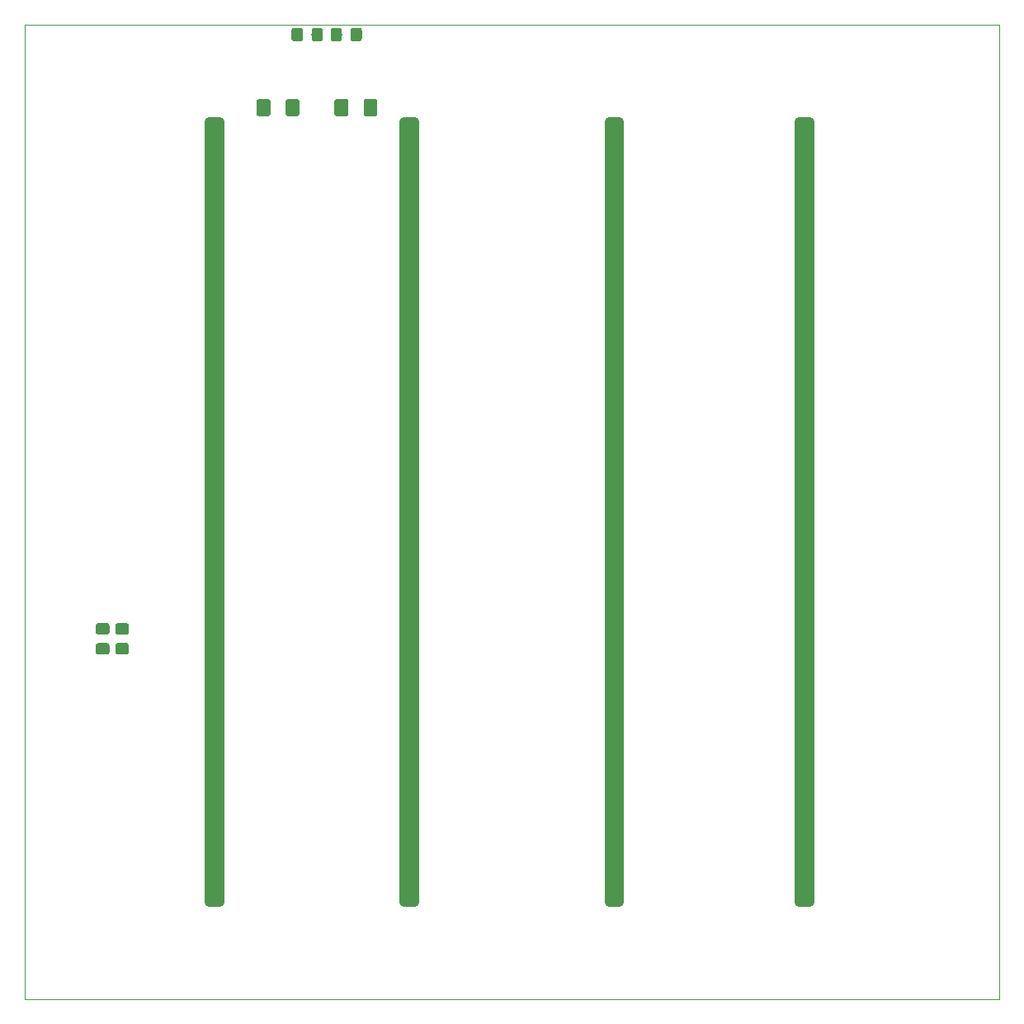
<source format=gbr>
%TF.GenerationSoftware,KiCad,Pcbnew,(5.1.0)-1*%
%TF.CreationDate,2019-04-22T15:03:31+02:00*%
%TF.ProjectId,Kicad_LFO_1,4b696361-645f-44c4-964f-5f312e6b6963,Rev A*%
%TF.SameCoordinates,Original*%
%TF.FileFunction,Paste,Top*%
%TF.FilePolarity,Positive*%
%FSLAX46Y46*%
G04 Gerber Fmt 4.6, Leading zero omitted, Abs format (unit mm)*
G04 Created by KiCad (PCBNEW (5.1.0)-1) date 2019-04-22 15:03:31*
%MOMM*%
%LPD*%
G04 APERTURE LIST*
%ADD10C,1.000000*%
%ADD11C,0.050000*%
%ADD12C,0.150000*%
%ADD13C,1.425000*%
%ADD14C,1.150000*%
G04 APERTURE END LIST*
D10*
X111000000Y-60000000D02*
X111000000Y-140000000D01*
X110000000Y-140000000D02*
X111000000Y-140000000D01*
X110000000Y-60000000D02*
X111000000Y-60000000D01*
X110000000Y-140000000D02*
X110000000Y-60000000D01*
X129500000Y-140000000D02*
X130500000Y-140000000D01*
X130500000Y-60000000D02*
X130500000Y-140000000D01*
X129500000Y-60000000D02*
X130500000Y-60000000D01*
X129500000Y-140000000D02*
X129500000Y-60000000D01*
X90000000Y-60000000D02*
X90000000Y-140000000D01*
X89000000Y-60000000D02*
X90000000Y-60000000D01*
X89000000Y-140000000D02*
X90000000Y-140000000D01*
X89000000Y-140000000D02*
X89000000Y-60000000D01*
X69000000Y-60000000D02*
X70000000Y-60000000D01*
X69000000Y-140000000D02*
X69000000Y-60000000D01*
X69000000Y-140000000D02*
X70000000Y-140000000D01*
X70000000Y-60000000D02*
X70000000Y-140000000D01*
D11*
X150000000Y-50000000D02*
X50000000Y-50000000D01*
X150000000Y-150000000D02*
X150000000Y-50000000D01*
X50000000Y-150000000D02*
X150000000Y-150000000D01*
X50000000Y-50000000D02*
X50000000Y-150000000D01*
D12*
G36*
X77974504Y-57626204D02*
G01*
X77998773Y-57629804D01*
X78022571Y-57635765D01*
X78045671Y-57644030D01*
X78067849Y-57654520D01*
X78088893Y-57667133D01*
X78108598Y-57681747D01*
X78126777Y-57698223D01*
X78143253Y-57716402D01*
X78157867Y-57736107D01*
X78170480Y-57757151D01*
X78180970Y-57779329D01*
X78189235Y-57802429D01*
X78195196Y-57826227D01*
X78198796Y-57850496D01*
X78200000Y-57875000D01*
X78200000Y-59125000D01*
X78198796Y-59149504D01*
X78195196Y-59173773D01*
X78189235Y-59197571D01*
X78180970Y-59220671D01*
X78170480Y-59242849D01*
X78157867Y-59263893D01*
X78143253Y-59283598D01*
X78126777Y-59301777D01*
X78108598Y-59318253D01*
X78088893Y-59332867D01*
X78067849Y-59345480D01*
X78045671Y-59355970D01*
X78022571Y-59364235D01*
X77998773Y-59370196D01*
X77974504Y-59373796D01*
X77950000Y-59375000D01*
X77025000Y-59375000D01*
X77000496Y-59373796D01*
X76976227Y-59370196D01*
X76952429Y-59364235D01*
X76929329Y-59355970D01*
X76907151Y-59345480D01*
X76886107Y-59332867D01*
X76866402Y-59318253D01*
X76848223Y-59301777D01*
X76831747Y-59283598D01*
X76817133Y-59263893D01*
X76804520Y-59242849D01*
X76794030Y-59220671D01*
X76785765Y-59197571D01*
X76779804Y-59173773D01*
X76776204Y-59149504D01*
X76775000Y-59125000D01*
X76775000Y-57875000D01*
X76776204Y-57850496D01*
X76779804Y-57826227D01*
X76785765Y-57802429D01*
X76794030Y-57779329D01*
X76804520Y-57757151D01*
X76817133Y-57736107D01*
X76831747Y-57716402D01*
X76848223Y-57698223D01*
X76866402Y-57681747D01*
X76886107Y-57667133D01*
X76907151Y-57654520D01*
X76929329Y-57644030D01*
X76952429Y-57635765D01*
X76976227Y-57629804D01*
X77000496Y-57626204D01*
X77025000Y-57625000D01*
X77950000Y-57625000D01*
X77974504Y-57626204D01*
X77974504Y-57626204D01*
G37*
D13*
X77487500Y-58500000D03*
D12*
G36*
X74999504Y-57626204D02*
G01*
X75023773Y-57629804D01*
X75047571Y-57635765D01*
X75070671Y-57644030D01*
X75092849Y-57654520D01*
X75113893Y-57667133D01*
X75133598Y-57681747D01*
X75151777Y-57698223D01*
X75168253Y-57716402D01*
X75182867Y-57736107D01*
X75195480Y-57757151D01*
X75205970Y-57779329D01*
X75214235Y-57802429D01*
X75220196Y-57826227D01*
X75223796Y-57850496D01*
X75225000Y-57875000D01*
X75225000Y-59125000D01*
X75223796Y-59149504D01*
X75220196Y-59173773D01*
X75214235Y-59197571D01*
X75205970Y-59220671D01*
X75195480Y-59242849D01*
X75182867Y-59263893D01*
X75168253Y-59283598D01*
X75151777Y-59301777D01*
X75133598Y-59318253D01*
X75113893Y-59332867D01*
X75092849Y-59345480D01*
X75070671Y-59355970D01*
X75047571Y-59364235D01*
X75023773Y-59370196D01*
X74999504Y-59373796D01*
X74975000Y-59375000D01*
X74050000Y-59375000D01*
X74025496Y-59373796D01*
X74001227Y-59370196D01*
X73977429Y-59364235D01*
X73954329Y-59355970D01*
X73932151Y-59345480D01*
X73911107Y-59332867D01*
X73891402Y-59318253D01*
X73873223Y-59301777D01*
X73856747Y-59283598D01*
X73842133Y-59263893D01*
X73829520Y-59242849D01*
X73819030Y-59220671D01*
X73810765Y-59197571D01*
X73804804Y-59173773D01*
X73801204Y-59149504D01*
X73800000Y-59125000D01*
X73800000Y-57875000D01*
X73801204Y-57850496D01*
X73804804Y-57826227D01*
X73810765Y-57802429D01*
X73819030Y-57779329D01*
X73829520Y-57757151D01*
X73842133Y-57736107D01*
X73856747Y-57716402D01*
X73873223Y-57698223D01*
X73891402Y-57681747D01*
X73911107Y-57667133D01*
X73932151Y-57654520D01*
X73954329Y-57644030D01*
X73977429Y-57635765D01*
X74001227Y-57629804D01*
X74025496Y-57626204D01*
X74050000Y-57625000D01*
X74975000Y-57625000D01*
X74999504Y-57626204D01*
X74999504Y-57626204D01*
G37*
D13*
X74512500Y-58500000D03*
D12*
G36*
X82999504Y-57626204D02*
G01*
X83023773Y-57629804D01*
X83047571Y-57635765D01*
X83070671Y-57644030D01*
X83092849Y-57654520D01*
X83113893Y-57667133D01*
X83133598Y-57681747D01*
X83151777Y-57698223D01*
X83168253Y-57716402D01*
X83182867Y-57736107D01*
X83195480Y-57757151D01*
X83205970Y-57779329D01*
X83214235Y-57802429D01*
X83220196Y-57826227D01*
X83223796Y-57850496D01*
X83225000Y-57875000D01*
X83225000Y-59125000D01*
X83223796Y-59149504D01*
X83220196Y-59173773D01*
X83214235Y-59197571D01*
X83205970Y-59220671D01*
X83195480Y-59242849D01*
X83182867Y-59263893D01*
X83168253Y-59283598D01*
X83151777Y-59301777D01*
X83133598Y-59318253D01*
X83113893Y-59332867D01*
X83092849Y-59345480D01*
X83070671Y-59355970D01*
X83047571Y-59364235D01*
X83023773Y-59370196D01*
X82999504Y-59373796D01*
X82975000Y-59375000D01*
X82050000Y-59375000D01*
X82025496Y-59373796D01*
X82001227Y-59370196D01*
X81977429Y-59364235D01*
X81954329Y-59355970D01*
X81932151Y-59345480D01*
X81911107Y-59332867D01*
X81891402Y-59318253D01*
X81873223Y-59301777D01*
X81856747Y-59283598D01*
X81842133Y-59263893D01*
X81829520Y-59242849D01*
X81819030Y-59220671D01*
X81810765Y-59197571D01*
X81804804Y-59173773D01*
X81801204Y-59149504D01*
X81800000Y-59125000D01*
X81800000Y-57875000D01*
X81801204Y-57850496D01*
X81804804Y-57826227D01*
X81810765Y-57802429D01*
X81819030Y-57779329D01*
X81829520Y-57757151D01*
X81842133Y-57736107D01*
X81856747Y-57716402D01*
X81873223Y-57698223D01*
X81891402Y-57681747D01*
X81911107Y-57667133D01*
X81932151Y-57654520D01*
X81954329Y-57644030D01*
X81977429Y-57635765D01*
X82001227Y-57629804D01*
X82025496Y-57626204D01*
X82050000Y-57625000D01*
X82975000Y-57625000D01*
X82999504Y-57626204D01*
X82999504Y-57626204D01*
G37*
D13*
X82512500Y-58500000D03*
D12*
G36*
X85974504Y-57626204D02*
G01*
X85998773Y-57629804D01*
X86022571Y-57635765D01*
X86045671Y-57644030D01*
X86067849Y-57654520D01*
X86088893Y-57667133D01*
X86108598Y-57681747D01*
X86126777Y-57698223D01*
X86143253Y-57716402D01*
X86157867Y-57736107D01*
X86170480Y-57757151D01*
X86180970Y-57779329D01*
X86189235Y-57802429D01*
X86195196Y-57826227D01*
X86198796Y-57850496D01*
X86200000Y-57875000D01*
X86200000Y-59125000D01*
X86198796Y-59149504D01*
X86195196Y-59173773D01*
X86189235Y-59197571D01*
X86180970Y-59220671D01*
X86170480Y-59242849D01*
X86157867Y-59263893D01*
X86143253Y-59283598D01*
X86126777Y-59301777D01*
X86108598Y-59318253D01*
X86088893Y-59332867D01*
X86067849Y-59345480D01*
X86045671Y-59355970D01*
X86022571Y-59364235D01*
X85998773Y-59370196D01*
X85974504Y-59373796D01*
X85950000Y-59375000D01*
X85025000Y-59375000D01*
X85000496Y-59373796D01*
X84976227Y-59370196D01*
X84952429Y-59364235D01*
X84929329Y-59355970D01*
X84907151Y-59345480D01*
X84886107Y-59332867D01*
X84866402Y-59318253D01*
X84848223Y-59301777D01*
X84831747Y-59283598D01*
X84817133Y-59263893D01*
X84804520Y-59242849D01*
X84794030Y-59220671D01*
X84785765Y-59197571D01*
X84779804Y-59173773D01*
X84776204Y-59149504D01*
X84775000Y-59125000D01*
X84775000Y-57875000D01*
X84776204Y-57850496D01*
X84779804Y-57826227D01*
X84785765Y-57802429D01*
X84794030Y-57779329D01*
X84804520Y-57757151D01*
X84817133Y-57736107D01*
X84831747Y-57716402D01*
X84848223Y-57698223D01*
X84866402Y-57681747D01*
X84886107Y-57667133D01*
X84907151Y-57654520D01*
X84929329Y-57644030D01*
X84952429Y-57635765D01*
X84976227Y-57629804D01*
X85000496Y-57626204D01*
X85025000Y-57625000D01*
X85950000Y-57625000D01*
X85974504Y-57626204D01*
X85974504Y-57626204D01*
G37*
D13*
X85487500Y-58500000D03*
D12*
G36*
X60474505Y-113451204D02*
G01*
X60498773Y-113454804D01*
X60522572Y-113460765D01*
X60545671Y-113469030D01*
X60567850Y-113479520D01*
X60588893Y-113492132D01*
X60608599Y-113506747D01*
X60626777Y-113523223D01*
X60643253Y-113541401D01*
X60657868Y-113561107D01*
X60670480Y-113582150D01*
X60680970Y-113604329D01*
X60689235Y-113627428D01*
X60695196Y-113651227D01*
X60698796Y-113675495D01*
X60700000Y-113699999D01*
X60700000Y-114350001D01*
X60698796Y-114374505D01*
X60695196Y-114398773D01*
X60689235Y-114422572D01*
X60680970Y-114445671D01*
X60670480Y-114467850D01*
X60657868Y-114488893D01*
X60643253Y-114508599D01*
X60626777Y-114526777D01*
X60608599Y-114543253D01*
X60588893Y-114557868D01*
X60567850Y-114570480D01*
X60545671Y-114580970D01*
X60522572Y-114589235D01*
X60498773Y-114595196D01*
X60474505Y-114598796D01*
X60450001Y-114600000D01*
X59549999Y-114600000D01*
X59525495Y-114598796D01*
X59501227Y-114595196D01*
X59477428Y-114589235D01*
X59454329Y-114580970D01*
X59432150Y-114570480D01*
X59411107Y-114557868D01*
X59391401Y-114543253D01*
X59373223Y-114526777D01*
X59356747Y-114508599D01*
X59342132Y-114488893D01*
X59329520Y-114467850D01*
X59319030Y-114445671D01*
X59310765Y-114422572D01*
X59304804Y-114398773D01*
X59301204Y-114374505D01*
X59300000Y-114350001D01*
X59300000Y-113699999D01*
X59301204Y-113675495D01*
X59304804Y-113651227D01*
X59310765Y-113627428D01*
X59319030Y-113604329D01*
X59329520Y-113582150D01*
X59342132Y-113561107D01*
X59356747Y-113541401D01*
X59373223Y-113523223D01*
X59391401Y-113506747D01*
X59411107Y-113492132D01*
X59432150Y-113479520D01*
X59454329Y-113469030D01*
X59477428Y-113460765D01*
X59501227Y-113454804D01*
X59525495Y-113451204D01*
X59549999Y-113450000D01*
X60450001Y-113450000D01*
X60474505Y-113451204D01*
X60474505Y-113451204D01*
G37*
D14*
X60000000Y-114025000D03*
D12*
G36*
X60474505Y-111401204D02*
G01*
X60498773Y-111404804D01*
X60522572Y-111410765D01*
X60545671Y-111419030D01*
X60567850Y-111429520D01*
X60588893Y-111442132D01*
X60608599Y-111456747D01*
X60626777Y-111473223D01*
X60643253Y-111491401D01*
X60657868Y-111511107D01*
X60670480Y-111532150D01*
X60680970Y-111554329D01*
X60689235Y-111577428D01*
X60695196Y-111601227D01*
X60698796Y-111625495D01*
X60700000Y-111649999D01*
X60700000Y-112300001D01*
X60698796Y-112324505D01*
X60695196Y-112348773D01*
X60689235Y-112372572D01*
X60680970Y-112395671D01*
X60670480Y-112417850D01*
X60657868Y-112438893D01*
X60643253Y-112458599D01*
X60626777Y-112476777D01*
X60608599Y-112493253D01*
X60588893Y-112507868D01*
X60567850Y-112520480D01*
X60545671Y-112530970D01*
X60522572Y-112539235D01*
X60498773Y-112545196D01*
X60474505Y-112548796D01*
X60450001Y-112550000D01*
X59549999Y-112550000D01*
X59525495Y-112548796D01*
X59501227Y-112545196D01*
X59477428Y-112539235D01*
X59454329Y-112530970D01*
X59432150Y-112520480D01*
X59411107Y-112507868D01*
X59391401Y-112493253D01*
X59373223Y-112476777D01*
X59356747Y-112458599D01*
X59342132Y-112438893D01*
X59329520Y-112417850D01*
X59319030Y-112395671D01*
X59310765Y-112372572D01*
X59304804Y-112348773D01*
X59301204Y-112324505D01*
X59300000Y-112300001D01*
X59300000Y-111649999D01*
X59301204Y-111625495D01*
X59304804Y-111601227D01*
X59310765Y-111577428D01*
X59319030Y-111554329D01*
X59329520Y-111532150D01*
X59342132Y-111511107D01*
X59356747Y-111491401D01*
X59373223Y-111473223D01*
X59391401Y-111456747D01*
X59411107Y-111442132D01*
X59432150Y-111429520D01*
X59454329Y-111419030D01*
X59477428Y-111410765D01*
X59501227Y-111404804D01*
X59525495Y-111401204D01*
X59549999Y-111400000D01*
X60450001Y-111400000D01*
X60474505Y-111401204D01*
X60474505Y-111401204D01*
G37*
D14*
X60000000Y-111975000D03*
D12*
G36*
X82324505Y-50301204D02*
G01*
X82348773Y-50304804D01*
X82372572Y-50310765D01*
X82395671Y-50319030D01*
X82417850Y-50329520D01*
X82438893Y-50342132D01*
X82458599Y-50356747D01*
X82476777Y-50373223D01*
X82493253Y-50391401D01*
X82507868Y-50411107D01*
X82520480Y-50432150D01*
X82530970Y-50454329D01*
X82539235Y-50477428D01*
X82545196Y-50501227D01*
X82548796Y-50525495D01*
X82550000Y-50549999D01*
X82550000Y-51450001D01*
X82548796Y-51474505D01*
X82545196Y-51498773D01*
X82539235Y-51522572D01*
X82530970Y-51545671D01*
X82520480Y-51567850D01*
X82507868Y-51588893D01*
X82493253Y-51608599D01*
X82476777Y-51626777D01*
X82458599Y-51643253D01*
X82438893Y-51657868D01*
X82417850Y-51670480D01*
X82395671Y-51680970D01*
X82372572Y-51689235D01*
X82348773Y-51695196D01*
X82324505Y-51698796D01*
X82300001Y-51700000D01*
X81649999Y-51700000D01*
X81625495Y-51698796D01*
X81601227Y-51695196D01*
X81577428Y-51689235D01*
X81554329Y-51680970D01*
X81532150Y-51670480D01*
X81511107Y-51657868D01*
X81491401Y-51643253D01*
X81473223Y-51626777D01*
X81456747Y-51608599D01*
X81442132Y-51588893D01*
X81429520Y-51567850D01*
X81419030Y-51545671D01*
X81410765Y-51522572D01*
X81404804Y-51498773D01*
X81401204Y-51474505D01*
X81400000Y-51450001D01*
X81400000Y-50549999D01*
X81401204Y-50525495D01*
X81404804Y-50501227D01*
X81410765Y-50477428D01*
X81419030Y-50454329D01*
X81429520Y-50432150D01*
X81442132Y-50411107D01*
X81456747Y-50391401D01*
X81473223Y-50373223D01*
X81491401Y-50356747D01*
X81511107Y-50342132D01*
X81532150Y-50329520D01*
X81554329Y-50319030D01*
X81577428Y-50310765D01*
X81601227Y-50304804D01*
X81625495Y-50301204D01*
X81649999Y-50300000D01*
X82300001Y-50300000D01*
X82324505Y-50301204D01*
X82324505Y-50301204D01*
G37*
D14*
X81975000Y-51000000D03*
D12*
G36*
X84374505Y-50301204D02*
G01*
X84398773Y-50304804D01*
X84422572Y-50310765D01*
X84445671Y-50319030D01*
X84467850Y-50329520D01*
X84488893Y-50342132D01*
X84508599Y-50356747D01*
X84526777Y-50373223D01*
X84543253Y-50391401D01*
X84557868Y-50411107D01*
X84570480Y-50432150D01*
X84580970Y-50454329D01*
X84589235Y-50477428D01*
X84595196Y-50501227D01*
X84598796Y-50525495D01*
X84600000Y-50549999D01*
X84600000Y-51450001D01*
X84598796Y-51474505D01*
X84595196Y-51498773D01*
X84589235Y-51522572D01*
X84580970Y-51545671D01*
X84570480Y-51567850D01*
X84557868Y-51588893D01*
X84543253Y-51608599D01*
X84526777Y-51626777D01*
X84508599Y-51643253D01*
X84488893Y-51657868D01*
X84467850Y-51670480D01*
X84445671Y-51680970D01*
X84422572Y-51689235D01*
X84398773Y-51695196D01*
X84374505Y-51698796D01*
X84350001Y-51700000D01*
X83699999Y-51700000D01*
X83675495Y-51698796D01*
X83651227Y-51695196D01*
X83627428Y-51689235D01*
X83604329Y-51680970D01*
X83582150Y-51670480D01*
X83561107Y-51657868D01*
X83541401Y-51643253D01*
X83523223Y-51626777D01*
X83506747Y-51608599D01*
X83492132Y-51588893D01*
X83479520Y-51567850D01*
X83469030Y-51545671D01*
X83460765Y-51522572D01*
X83454804Y-51498773D01*
X83451204Y-51474505D01*
X83450000Y-51450001D01*
X83450000Y-50549999D01*
X83451204Y-50525495D01*
X83454804Y-50501227D01*
X83460765Y-50477428D01*
X83469030Y-50454329D01*
X83479520Y-50432150D01*
X83492132Y-50411107D01*
X83506747Y-50391401D01*
X83523223Y-50373223D01*
X83541401Y-50356747D01*
X83561107Y-50342132D01*
X83582150Y-50329520D01*
X83604329Y-50319030D01*
X83627428Y-50310765D01*
X83651227Y-50304804D01*
X83675495Y-50301204D01*
X83699999Y-50300000D01*
X84350001Y-50300000D01*
X84374505Y-50301204D01*
X84374505Y-50301204D01*
G37*
D14*
X84025000Y-51000000D03*
D12*
G36*
X58474505Y-111401204D02*
G01*
X58498773Y-111404804D01*
X58522572Y-111410765D01*
X58545671Y-111419030D01*
X58567850Y-111429520D01*
X58588893Y-111442132D01*
X58608599Y-111456747D01*
X58626777Y-111473223D01*
X58643253Y-111491401D01*
X58657868Y-111511107D01*
X58670480Y-111532150D01*
X58680970Y-111554329D01*
X58689235Y-111577428D01*
X58695196Y-111601227D01*
X58698796Y-111625495D01*
X58700000Y-111649999D01*
X58700000Y-112300001D01*
X58698796Y-112324505D01*
X58695196Y-112348773D01*
X58689235Y-112372572D01*
X58680970Y-112395671D01*
X58670480Y-112417850D01*
X58657868Y-112438893D01*
X58643253Y-112458599D01*
X58626777Y-112476777D01*
X58608599Y-112493253D01*
X58588893Y-112507868D01*
X58567850Y-112520480D01*
X58545671Y-112530970D01*
X58522572Y-112539235D01*
X58498773Y-112545196D01*
X58474505Y-112548796D01*
X58450001Y-112550000D01*
X57549999Y-112550000D01*
X57525495Y-112548796D01*
X57501227Y-112545196D01*
X57477428Y-112539235D01*
X57454329Y-112530970D01*
X57432150Y-112520480D01*
X57411107Y-112507868D01*
X57391401Y-112493253D01*
X57373223Y-112476777D01*
X57356747Y-112458599D01*
X57342132Y-112438893D01*
X57329520Y-112417850D01*
X57319030Y-112395671D01*
X57310765Y-112372572D01*
X57304804Y-112348773D01*
X57301204Y-112324505D01*
X57300000Y-112300001D01*
X57300000Y-111649999D01*
X57301204Y-111625495D01*
X57304804Y-111601227D01*
X57310765Y-111577428D01*
X57319030Y-111554329D01*
X57329520Y-111532150D01*
X57342132Y-111511107D01*
X57356747Y-111491401D01*
X57373223Y-111473223D01*
X57391401Y-111456747D01*
X57411107Y-111442132D01*
X57432150Y-111429520D01*
X57454329Y-111419030D01*
X57477428Y-111410765D01*
X57501227Y-111404804D01*
X57525495Y-111401204D01*
X57549999Y-111400000D01*
X58450001Y-111400000D01*
X58474505Y-111401204D01*
X58474505Y-111401204D01*
G37*
D14*
X58000000Y-111975000D03*
D12*
G36*
X58474505Y-113451204D02*
G01*
X58498773Y-113454804D01*
X58522572Y-113460765D01*
X58545671Y-113469030D01*
X58567850Y-113479520D01*
X58588893Y-113492132D01*
X58608599Y-113506747D01*
X58626777Y-113523223D01*
X58643253Y-113541401D01*
X58657868Y-113561107D01*
X58670480Y-113582150D01*
X58680970Y-113604329D01*
X58689235Y-113627428D01*
X58695196Y-113651227D01*
X58698796Y-113675495D01*
X58700000Y-113699999D01*
X58700000Y-114350001D01*
X58698796Y-114374505D01*
X58695196Y-114398773D01*
X58689235Y-114422572D01*
X58680970Y-114445671D01*
X58670480Y-114467850D01*
X58657868Y-114488893D01*
X58643253Y-114508599D01*
X58626777Y-114526777D01*
X58608599Y-114543253D01*
X58588893Y-114557868D01*
X58567850Y-114570480D01*
X58545671Y-114580970D01*
X58522572Y-114589235D01*
X58498773Y-114595196D01*
X58474505Y-114598796D01*
X58450001Y-114600000D01*
X57549999Y-114600000D01*
X57525495Y-114598796D01*
X57501227Y-114595196D01*
X57477428Y-114589235D01*
X57454329Y-114580970D01*
X57432150Y-114570480D01*
X57411107Y-114557868D01*
X57391401Y-114543253D01*
X57373223Y-114526777D01*
X57356747Y-114508599D01*
X57342132Y-114488893D01*
X57329520Y-114467850D01*
X57319030Y-114445671D01*
X57310765Y-114422572D01*
X57304804Y-114398773D01*
X57301204Y-114374505D01*
X57300000Y-114350001D01*
X57300000Y-113699999D01*
X57301204Y-113675495D01*
X57304804Y-113651227D01*
X57310765Y-113627428D01*
X57319030Y-113604329D01*
X57329520Y-113582150D01*
X57342132Y-113561107D01*
X57356747Y-113541401D01*
X57373223Y-113523223D01*
X57391401Y-113506747D01*
X57411107Y-113492132D01*
X57432150Y-113479520D01*
X57454329Y-113469030D01*
X57477428Y-113460765D01*
X57501227Y-113454804D01*
X57525495Y-113451204D01*
X57549999Y-113450000D01*
X58450001Y-113450000D01*
X58474505Y-113451204D01*
X58474505Y-113451204D01*
G37*
D14*
X58000000Y-114025000D03*
D12*
G36*
X80374505Y-50301204D02*
G01*
X80398773Y-50304804D01*
X80422572Y-50310765D01*
X80445671Y-50319030D01*
X80467850Y-50329520D01*
X80488893Y-50342132D01*
X80508599Y-50356747D01*
X80526777Y-50373223D01*
X80543253Y-50391401D01*
X80557868Y-50411107D01*
X80570480Y-50432150D01*
X80580970Y-50454329D01*
X80589235Y-50477428D01*
X80595196Y-50501227D01*
X80598796Y-50525495D01*
X80600000Y-50549999D01*
X80600000Y-51450001D01*
X80598796Y-51474505D01*
X80595196Y-51498773D01*
X80589235Y-51522572D01*
X80580970Y-51545671D01*
X80570480Y-51567850D01*
X80557868Y-51588893D01*
X80543253Y-51608599D01*
X80526777Y-51626777D01*
X80508599Y-51643253D01*
X80488893Y-51657868D01*
X80467850Y-51670480D01*
X80445671Y-51680970D01*
X80422572Y-51689235D01*
X80398773Y-51695196D01*
X80374505Y-51698796D01*
X80350001Y-51700000D01*
X79699999Y-51700000D01*
X79675495Y-51698796D01*
X79651227Y-51695196D01*
X79627428Y-51689235D01*
X79604329Y-51680970D01*
X79582150Y-51670480D01*
X79561107Y-51657868D01*
X79541401Y-51643253D01*
X79523223Y-51626777D01*
X79506747Y-51608599D01*
X79492132Y-51588893D01*
X79479520Y-51567850D01*
X79469030Y-51545671D01*
X79460765Y-51522572D01*
X79454804Y-51498773D01*
X79451204Y-51474505D01*
X79450000Y-51450001D01*
X79450000Y-50549999D01*
X79451204Y-50525495D01*
X79454804Y-50501227D01*
X79460765Y-50477428D01*
X79469030Y-50454329D01*
X79479520Y-50432150D01*
X79492132Y-50411107D01*
X79506747Y-50391401D01*
X79523223Y-50373223D01*
X79541401Y-50356747D01*
X79561107Y-50342132D01*
X79582150Y-50329520D01*
X79604329Y-50319030D01*
X79627428Y-50310765D01*
X79651227Y-50304804D01*
X79675495Y-50301204D01*
X79699999Y-50300000D01*
X80350001Y-50300000D01*
X80374505Y-50301204D01*
X80374505Y-50301204D01*
G37*
D14*
X80025000Y-51000000D03*
D12*
G36*
X78324505Y-50301204D02*
G01*
X78348773Y-50304804D01*
X78372572Y-50310765D01*
X78395671Y-50319030D01*
X78417850Y-50329520D01*
X78438893Y-50342132D01*
X78458599Y-50356747D01*
X78476777Y-50373223D01*
X78493253Y-50391401D01*
X78507868Y-50411107D01*
X78520480Y-50432150D01*
X78530970Y-50454329D01*
X78539235Y-50477428D01*
X78545196Y-50501227D01*
X78548796Y-50525495D01*
X78550000Y-50549999D01*
X78550000Y-51450001D01*
X78548796Y-51474505D01*
X78545196Y-51498773D01*
X78539235Y-51522572D01*
X78530970Y-51545671D01*
X78520480Y-51567850D01*
X78507868Y-51588893D01*
X78493253Y-51608599D01*
X78476777Y-51626777D01*
X78458599Y-51643253D01*
X78438893Y-51657868D01*
X78417850Y-51670480D01*
X78395671Y-51680970D01*
X78372572Y-51689235D01*
X78348773Y-51695196D01*
X78324505Y-51698796D01*
X78300001Y-51700000D01*
X77649999Y-51700000D01*
X77625495Y-51698796D01*
X77601227Y-51695196D01*
X77577428Y-51689235D01*
X77554329Y-51680970D01*
X77532150Y-51670480D01*
X77511107Y-51657868D01*
X77491401Y-51643253D01*
X77473223Y-51626777D01*
X77456747Y-51608599D01*
X77442132Y-51588893D01*
X77429520Y-51567850D01*
X77419030Y-51545671D01*
X77410765Y-51522572D01*
X77404804Y-51498773D01*
X77401204Y-51474505D01*
X77400000Y-51450001D01*
X77400000Y-50549999D01*
X77401204Y-50525495D01*
X77404804Y-50501227D01*
X77410765Y-50477428D01*
X77419030Y-50454329D01*
X77429520Y-50432150D01*
X77442132Y-50411107D01*
X77456747Y-50391401D01*
X77473223Y-50373223D01*
X77491401Y-50356747D01*
X77511107Y-50342132D01*
X77532150Y-50329520D01*
X77554329Y-50319030D01*
X77577428Y-50310765D01*
X77601227Y-50304804D01*
X77625495Y-50301204D01*
X77649999Y-50300000D01*
X78300001Y-50300000D01*
X78324505Y-50301204D01*
X78324505Y-50301204D01*
G37*
D14*
X77975000Y-51000000D03*
M02*

</source>
